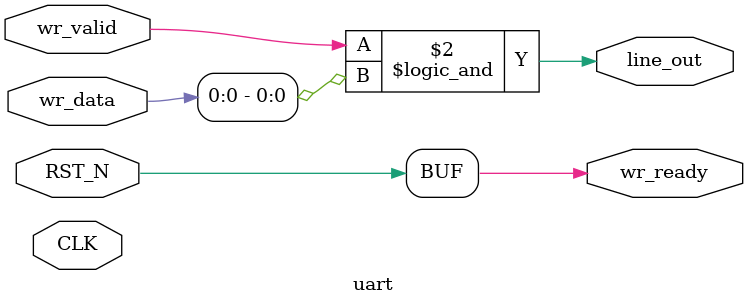
<source format=v>
module uart(input CLK, input RST_N,
            input wr_valid, input[7:0] wr_data, output wr_ready,
            output line_out);
   assign wr_ready = RST_N && 1'b1;
   assign line_out = wr_valid && wr_data[0];

   wire wr_wf = wr_valid && wr_ready;

   always @(negedge CLK) begin
`ifdef SIMULATION
      if (wr_wf)
        $fwrite(32'h80000002, "%c", wr_data);
`endif
   end
endmodule

</source>
